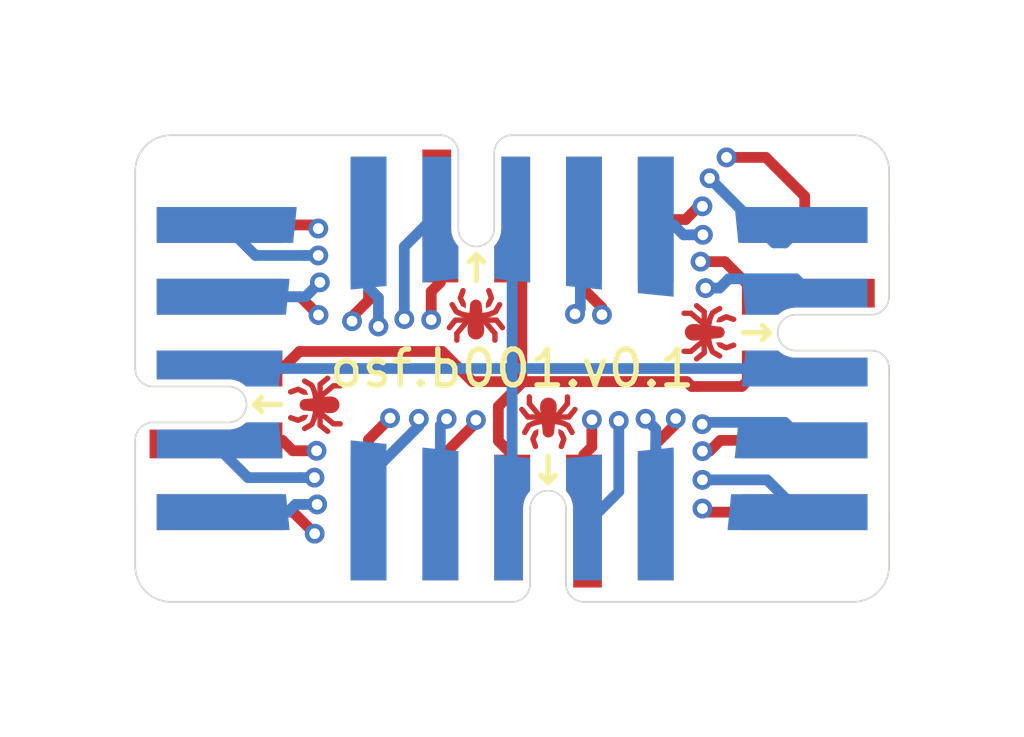
<source format=kicad_pcb>
(kicad_pcb (version 20171130) (host pcbnew "(5.1.5)-3")

  (general
    (thickness 1.6)
    (drawings 13)
    (tracks 273)
    (zones 0)
    (modules 4)
    (nets 11)
  )

  (page A4)
  (layers
    (0 F.Cu signal)
    (1 In1.Cu signal)
    (2 In2.Cu signal)
    (31 B.Cu signal)
    (32 B.Adhes user)
    (33 F.Adhes user)
    (34 B.Paste user)
    (35 F.Paste user)
    (36 B.SilkS user)
    (37 F.SilkS user)
    (38 B.Mask user)
    (39 F.Mask user)
    (40 Dwgs.User user)
    (41 Cmts.User user)
    (42 Eco1.User user)
    (43 Eco2.User user)
    (44 Edge.Cuts user)
    (45 Margin user)
    (46 B.CrtYd user)
    (47 F.CrtYd user)
    (48 B.Fab user)
    (49 F.Fab user)
  )

  (setup
    (last_trace_width 0.2)
    (user_trace_width 0.2)
    (user_trace_width 0.3)
    (user_trace_width 0.4)
    (user_trace_width 0.5)
    (user_trace_width 1)
    (user_trace_width 2)
    (user_trace_width 4)
    (user_trace_width 5)
    (user_trace_width 6)
    (user_trace_width 7)
    (trace_clearance 0.2)
    (zone_clearance 0.25)
    (zone_45_only no)
    (trace_min 0.15)
    (via_size 0.55)
    (via_drill 0.3)
    (via_min_size 0.45)
    (via_min_drill 0.2)
    (uvia_size 0.3)
    (uvia_drill 0.1)
    (uvias_allowed no)
    (uvia_min_size 0.2)
    (uvia_min_drill 0.1)
    (edge_width 0.05)
    (segment_width 0.2)
    (pcb_text_width 0.3)
    (pcb_text_size 1.5 1.5)
    (mod_edge_width 0.12)
    (mod_text_size 1 1)
    (mod_text_width 0.15)
    (pad_size 1.524 1.524)
    (pad_drill 0.762)
    (pad_to_mask_clearance 0.04)
    (solder_mask_min_width 0.1)
    (aux_axis_origin 0 0)
    (visible_elements 7FFFFFFF)
    (pcbplotparams
      (layerselection 0x010fc_ffffffff)
      (usegerberextensions false)
      (usegerberattributes false)
      (usegerberadvancedattributes false)
      (creategerberjobfile false)
      (excludeedgelayer true)
      (linewidth 0.100000)
      (plotframeref false)
      (viasonmask false)
      (mode 1)
      (useauxorigin false)
      (hpglpennumber 1)
      (hpglpenspeed 20)
      (hpglpendiameter 15.000000)
      (psnegative false)
      (psa4output false)
      (plotreference true)
      (plotvalue true)
      (plotinvisibletext false)
      (padsonsilk false)
      (subtractmaskfromsilk true)
      (outputformat 1)
      (mirror false)
      (drillshape 0)
      (scaleselection 1)
      (outputdirectory "gerber"))
  )

  (net 0 "")
  (net 1 "Net-(J1-Pad1)")
  (net 2 "Net-(J1-Pad2)")
  (net 3 "Net-(J1-Pad4)")
  (net 4 "Net-(J1-Pad3)")
  (net 5 "Net-(J1-Pad5)")
  (net 6 "Net-(J1-Pad10)")
  (net 7 "Net-(J1-Pad6)")
  (net 8 "Net-(J1-Pad8)")
  (net 9 "Net-(J1-Pad9)")
  (net 10 "Net-(J1-Pad7)")

  (net_class Default "This is the default net class."
    (clearance 0.2)
    (trace_width 0.2)
    (via_dia 0.55)
    (via_drill 0.3)
    (uvia_dia 0.3)
    (uvia_drill 0.1)
    (add_net "Net-(J1-Pad1)")
    (add_net "Net-(J1-Pad10)")
    (add_net "Net-(J1-Pad2)")
    (add_net "Net-(J1-Pad3)")
    (add_net "Net-(J1-Pad4)")
    (add_net "Net-(J1-Pad5)")
    (add_net "Net-(J1-Pad6)")
    (add_net "Net-(J1-Pad7)")
    (add_net "Net-(J1-Pad8)")
    (add_net "Net-(J1-Pad9)")
  )

  (module on_edge:on_edge_2x05_host (layer F.Cu) (tedit 602054F7) (tstamp 602BF5B2)
    (at 40.5 160 180)
    (path /602C6B94)
    (attr virtual)
    (fp_text reference J4 (at 0.05 -3.2 90 unlocked) (layer F.Fab)
      (effects (font (size 0.5 0.5) (thickness 0.125)))
    )
    (fp_text value Conn_01x10_Male (at -1.2 -2) (layer F.Fab)
      (effects (font (size 1 1) (thickness 0.15)))
    )
    (fp_arc (start 0 0.5) (end 0 0) (angle -90) (layer Edge.Cuts) (width 0.05))
    (fp_arc (start -2 0.5) (end -1.5 0.5) (angle -90) (layer Edge.Cuts) (width 0.05))
    (fp_arc (start -1 2.6) (end -1.5 2.6) (angle -180) (layer Edge.Cuts) (width 0.05))
    (fp_poly (pts (xy -0.67 4.56) (xy -0.73 4.68) (xy -0.73 4.82) (xy -0.6 4.76)
      (xy -0.53 4.61) (xy -0.62 4.64)) (layer F.Mask) (width 0.001))
    (fp_line (start -0.58 4.54) (end -0.64 4.67) (layer F.Mask) (width 0.15))
    (fp_line (start -0.65 4.33) (end -0.58 4.53) (layer F.Mask) (width 0.15))
    (fp_line (start -1.01 5.46) (end -1.01 5.39) (layer F.Mask) (width 0.46))
    (fp_line (start -1.01 5.51) (end -1.01 4.74) (layer F.Mask) (width 0.32))
    (fp_line (start -1.09 5.4) (end -1.02 4.74) (layer F.Mask) (width 0.3))
    (fp_line (start -1.26 5.19) (end -1.54 5.52) (layer F.Mask) (width 0.15))
    (fp_line (start -1.54 5.71) (end -1.54 5.52) (layer F.Mask) (width 0.15))
    (fp_line (start -1.21 5.15) (end -1.58 5.15) (layer F.Mask) (width 0.15))
    (fp_line (start -1.75 5.36) (end -1.58 5.15) (layer F.Mask) (width 0.15))
    (fp_line (start -1.39 4.99) (end -1.13 5.04) (layer F.Mask) (width 0.15))
    (fp_line (start -1.39 4.99) (end -1.55 4.92) (layer F.Mask) (width 0.15))
    (fp_line (start -1.67 4.72) (end -1.56 4.91) (layer F.Mask) (width 0.15))
    (fp_poly (pts (xy -1.35 4.56) (xy -1.29 4.68) (xy -1.29 4.82) (xy -1.42 4.76)
      (xy -1.49 4.61) (xy -1.4 4.64)) (layer F.Mask) (width 0.001))
    (fp_line (start -1.44 4.54) (end -1.38 4.67) (layer F.Mask) (width 0.15))
    (fp_line (start -1.37 4.33) (end -1.44 4.53) (layer F.Mask) (width 0.15))
    (fp_line (start -0.93 5.4) (end -1 4.74) (layer F.Mask) (width 0.3))
    (fp_line (start -0.76 5.19) (end -0.48 5.52) (layer F.Mask) (width 0.15))
    (fp_line (start -0.48 5.71) (end -0.48 5.52) (layer F.Mask) (width 0.15))
    (fp_line (start -0.81 5.15) (end -0.44 5.15) (layer F.Mask) (width 0.15))
    (fp_line (start -0.27 5.36) (end -0.44 5.15) (layer F.Mask) (width 0.15))
    (fp_line (start -0.63 4.99) (end -0.89 5.04) (layer F.Mask) (width 0.15))
    (fp_line (start -0.63 4.99) (end -0.47 4.92) (layer F.Mask) (width 0.15))
    (fp_line (start -0.35 4.72) (end -0.46 4.91) (layer F.Mask) (width 0.15))
    (fp_line (start -1.01 5.46) (end -1.01 5.39) (layer F.Cu) (width 0.46))
    (fp_line (start -1.09 5.4) (end -1.02 4.74) (layer F.Cu) (width 0.3))
    (fp_line (start -1.26 5.19) (end -1.54 5.52) (layer F.Cu) (width 0.15))
    (fp_line (start -1.54 5.71) (end -1.54 5.52) (layer F.Cu) (width 0.15))
    (fp_line (start -1.21 5.15) (end -1.58 5.15) (layer F.Cu) (width 0.15))
    (fp_line (start -1.75 5.36) (end -1.58 5.15) (layer F.Cu) (width 0.15))
    (fp_line (start -1.39 4.99) (end -1.13 5.04) (layer F.Cu) (width 0.15))
    (fp_line (start -1.39 4.99) (end -1.55 4.92) (layer F.Cu) (width 0.15))
    (fp_line (start -1.67 4.72) (end -1.56 4.91) (layer F.Cu) (width 0.15))
    (fp_poly (pts (xy -1.35 4.56) (xy -1.29 4.68) (xy -1.29 4.82) (xy -1.42 4.76)
      (xy -1.49 4.61) (xy -1.4 4.64)) (layer F.Cu) (width 0.001))
    (fp_line (start -1.44 4.54) (end -1.38 4.67) (layer F.Cu) (width 0.15))
    (fp_line (start -1.37 4.33) (end -1.44 4.53) (layer F.Cu) (width 0.15))
    (fp_line (start 5 -0.5) (end 5 5) (layer B.CrtYd) (width 0.05))
    (fp_line (start -5 -0.5) (end 5 -0.5) (layer B.CrtYd) (width 0.05))
    (fp_line (start -5 5) (end -5 -0.5) (layer B.CrtYd) (width 0.05))
    (fp_line (start 5 5) (end -5 5) (layer B.CrtYd) (width 0.05))
    (fp_line (start -5 -0.5) (end -5 5) (layer F.CrtYd) (width 0.05))
    (fp_line (start 5 -0.5) (end -5 -0.5) (layer F.CrtYd) (width 0.05))
    (fp_line (start 5 5) (end 5 -0.5) (layer F.CrtYd) (width 0.05))
    (fp_line (start -5 5) (end 5 5) (layer F.CrtYd) (width 0.05))
    (fp_line (start 0 0) (end 4 0) (layer Edge.Cuts) (width 0.05))
    (fp_line (start -4 0) (end -2 0) (layer Edge.Cuts) (width 0.05))
    (fp_line (start -0.5 2.6) (end -0.5 0.5) (layer Edge.Cuts) (width 0.05))
    (fp_line (start -1.5 0.5) (end -1.5 2.6) (layer Edge.Cuts) (width 0.05))
    (fp_line (start -1 3.323) (end -1.2 3.523) (layer F.SilkS) (width 0.153))
    (fp_line (start -0.8 3.523) (end -1 3.323) (layer F.SilkS) (width 0.153))
    (fp_line (start -1 4.05) (end -1 3.323) (layer F.SilkS) (width 0.153))
    (fp_line (start -0.93 5.4) (end -1 4.74) (layer F.Cu) (width 0.3))
    (fp_line (start -0.76 5.19) (end -0.48 5.52) (layer F.Cu) (width 0.15))
    (fp_line (start -0.48 5.71) (end -0.48 5.52) (layer F.Cu) (width 0.15))
    (fp_line (start -0.81 5.15) (end -0.44 5.15) (layer F.Cu) (width 0.15))
    (fp_line (start -0.27 5.36) (end -0.44 5.15) (layer F.Cu) (width 0.15))
    (fp_line (start -0.63 4.99) (end -0.89 5.04) (layer F.Cu) (width 0.15))
    (fp_line (start -0.63 4.99) (end -0.47 4.92) (layer F.Cu) (width 0.15))
    (fp_line (start -0.35 4.72) (end -0.46 4.91) (layer F.Cu) (width 0.15))
    (fp_poly (pts (xy -0.67 4.56) (xy -0.73 4.68) (xy -0.73 4.82) (xy -0.6 4.76)
      (xy -0.53 4.61) (xy -0.62 4.64)) (layer F.Cu) (width 0.001))
    (fp_line (start -0.58 4.54) (end -0.64 4.67) (layer F.Cu) (width 0.15))
    (fp_line (start -0.65 4.33) (end -0.58 4.53) (layer F.Cu) (width 0.15))
    (fp_line (start -1.01 5.51) (end -1.01 4.74) (layer F.Cu) (width 0.32))
    (pad 1 smd custom (at -2 3.6 180) (size 1 1) (layers F.Cu F.Mask)
      (net 1 "Net-(J1-Pad1)") (zone_connect 0)
      (options (clearance outline) (anchor rect))
      (primitives
        (gr_poly (pts
           (xy 0.3 -0.99) (xy 0.31 -0.88) (xy 0.33 -0.8) (xy 0.35 -0.74) (xy 0.37 -0.69)
           (xy 0.4 -0.64) (xy 0.44 -0.58) (xy 0.48 -0.53) (xy 0.5 -0.51) (xy 0.5 0.5)
           (xy -0.5 0.5) (xy -0.5 -3.2) (xy 0.3 -3.2)) (width 0))
      ))
    (pad 2 smd custom (at 0 3.6 180) (size 1 1) (layers F.Cu F.Mask)
      (net 2 "Net-(J1-Pad2)") (zone_connect 0)
      (options (clearance outline) (anchor rect))
      (primitives
        (gr_poly (pts
           (xy -0.3 -0.99) (xy -0.31 -0.88) (xy -0.33 -0.8) (xy -0.35 -0.74) (xy -0.37 -0.69)
           (xy -0.4 -0.64) (xy -0.44 -0.58) (xy -0.48 -0.53) (xy -0.5 -0.51) (xy -0.5 0.5)
           (xy 0.5 0.5) (xy 0.5 -3) (xy -0.3 -3)) (width 0))
      ))
    (pad 4 smd custom (at 0 2.1) (size 0.4 0.4) (layers B.Cu B.Mask)
      (net 3 "Net-(J1-Pad4)") (zone_connect 0)
      (options (clearance outline) (anchor rect))
      (primitives
        (gr_poly (pts
           (xy 0.3 -0.51) (xy 0.31 -0.62) (xy 0.33 -0.7) (xy 0.35 -0.76) (xy 0.37 -0.81)
           (xy 0.4 -0.86) (xy 0.44 -0.92) (xy 0.48 -0.97) (xy 0.5 -0.99) (xy 0.5 -1.9)
           (xy -0.5 -2) (xy -0.5 1.5) (xy 0.3 1.5)) (width 0))
      ))
    (pad 3 smd custom (at -2 2.1) (size 0.4 0.4) (layers B.Cu B.Mask)
      (net 4 "Net-(J1-Pad3)") (zone_connect 0)
      (options (clearance outline) (anchor rect))
      (primitives
        (gr_poly (pts
           (xy -0.3 -0.51) (xy -0.31 -0.62) (xy -0.33 -0.7) (xy -0.35 -0.76) (xy -0.37 -0.81)
           (xy -0.4 -0.86) (xy -0.44 -0.92) (xy -0.48 -0.97) (xy -0.5 -0.99) (xy -0.5 -1.9)
           (xy 0.5 -2) (xy 0.5 1.5) (xy -0.3 1.5)) (width 0))
      ))
    (pad 5 smd rect (at 2 2.35 180) (size 1 3.5) (layers F.Cu F.Mask)
      (net 5 "Net-(J1-Pad5)") (zone_connect 0))
    (pad 10 smd custom (at 4 2.5) (size 1 3.8) (layers B.Cu B.Mask)
      (net 6 "Net-(J1-Pad10)") (zone_connect 0)
      (options (clearance outline) (anchor rect))
      (primitives
        (gr_poly (pts
           (xy 0.5 -1.9) (xy -0.5 -2) (xy -0.5 -1.9)) (width 0))
      ))
    (pad 6 smd custom (at 2 2.4) (size 1 3.6) (layers B.Cu B.Mask)
      (net 7 "Net-(J1-Pad6)") (zone_connect 0)
      (options (clearance outline) (anchor rect))
      (primitives
        (gr_poly (pts
           (xy 0.5 -1.8) (xy -0.5 -1.9) (xy -0.5 -1.8)) (width 0))
      ))
    (pad 8 smd custom (at -4 2.4) (size 1 3.6) (layers B.Cu B.Mask)
      (net 8 "Net-(J1-Pad8)") (zone_connect 0)
      (options (clearance outline) (anchor rect))
      (primitives
        (gr_poly (pts
           (xy 0.5 -1.8) (xy 0.5 -1.9) (xy -0.5 -1.8)) (width 0))
      ))
    (pad 9 smd rect (at 4 2.35 180) (size 1 3.5) (layers F.Cu F.Mask)
      (net 9 "Net-(J1-Pad9)") (zone_connect 0))
    (pad 7 smd rect (at -4 2.35 180) (size 1 3.5) (layers F.Cu F.Mask)
      (net 10 "Net-(J1-Pad7)") (zone_connect 0))
  )

  (module on_edge:on_edge_2x05_host (layer F.Cu) (tedit 602054F7) (tstamp 602C02B1)
    (at 51 153.5 270)
    (path /602C6B8E)
    (attr virtual)
    (fp_text reference J3 (at 0.05 -3.2 180 unlocked) (layer F.Fab)
      (effects (font (size 0.5 0.5) (thickness 0.125)))
    )
    (fp_text value Conn_01x10_Male (at -1.2 -2 90) (layer F.Fab)
      (effects (font (size 1 1) (thickness 0.15)))
    )
    (fp_arc (start 0 0.5) (end 0 0) (angle -90) (layer Edge.Cuts) (width 0.05))
    (fp_arc (start -2 0.5) (end -1.5 0.5) (angle -90) (layer Edge.Cuts) (width 0.05))
    (fp_arc (start -1 2.6) (end -1.5 2.6) (angle -180) (layer Edge.Cuts) (width 0.05))
    (fp_poly (pts (xy -0.67 4.56) (xy -0.73 4.68) (xy -0.73 4.82) (xy -0.6 4.76)
      (xy -0.53 4.61) (xy -0.62 4.64)) (layer F.Mask) (width 0.001))
    (fp_line (start -0.58 4.54) (end -0.64 4.67) (layer F.Mask) (width 0.15))
    (fp_line (start -0.65 4.33) (end -0.58 4.53) (layer F.Mask) (width 0.15))
    (fp_line (start -1.01 5.46) (end -1.01 5.39) (layer F.Mask) (width 0.46))
    (fp_line (start -1.01 5.51) (end -1.01 4.74) (layer F.Mask) (width 0.32))
    (fp_line (start -1.09 5.4) (end -1.02 4.74) (layer F.Mask) (width 0.3))
    (fp_line (start -1.26 5.19) (end -1.54 5.52) (layer F.Mask) (width 0.15))
    (fp_line (start -1.54 5.71) (end -1.54 5.52) (layer F.Mask) (width 0.15))
    (fp_line (start -1.21 5.15) (end -1.58 5.15) (layer F.Mask) (width 0.15))
    (fp_line (start -1.75 5.36) (end -1.58 5.15) (layer F.Mask) (width 0.15))
    (fp_line (start -1.39 4.99) (end -1.13 5.04) (layer F.Mask) (width 0.15))
    (fp_line (start -1.39 4.99) (end -1.55 4.92) (layer F.Mask) (width 0.15))
    (fp_line (start -1.67 4.72) (end -1.56 4.91) (layer F.Mask) (width 0.15))
    (fp_poly (pts (xy -1.35 4.56) (xy -1.29 4.68) (xy -1.29 4.82) (xy -1.42 4.76)
      (xy -1.49 4.61) (xy -1.4 4.64)) (layer F.Mask) (width 0.001))
    (fp_line (start -1.44 4.54) (end -1.38 4.67) (layer F.Mask) (width 0.15))
    (fp_line (start -1.37 4.33) (end -1.44 4.53) (layer F.Mask) (width 0.15))
    (fp_line (start -0.93 5.4) (end -1 4.74) (layer F.Mask) (width 0.3))
    (fp_line (start -0.76 5.19) (end -0.48 5.52) (layer F.Mask) (width 0.15))
    (fp_line (start -0.48 5.71) (end -0.48 5.52) (layer F.Mask) (width 0.15))
    (fp_line (start -0.81 5.15) (end -0.44 5.15) (layer F.Mask) (width 0.15))
    (fp_line (start -0.27 5.36) (end -0.44 5.15) (layer F.Mask) (width 0.15))
    (fp_line (start -0.63 4.99) (end -0.89 5.04) (layer F.Mask) (width 0.15))
    (fp_line (start -0.63 4.99) (end -0.47 4.92) (layer F.Mask) (width 0.15))
    (fp_line (start -0.35 4.72) (end -0.46 4.91) (layer F.Mask) (width 0.15))
    (fp_line (start -1.01 5.46) (end -1.01 5.39) (layer F.Cu) (width 0.46))
    (fp_line (start -1.09 5.4) (end -1.02 4.74) (layer F.Cu) (width 0.3))
    (fp_line (start -1.26 5.19) (end -1.54 5.52) (layer F.Cu) (width 0.15))
    (fp_line (start -1.54 5.71) (end -1.54 5.52) (layer F.Cu) (width 0.15))
    (fp_line (start -1.21 5.15) (end -1.58 5.15) (layer F.Cu) (width 0.15))
    (fp_line (start -1.75 5.36) (end -1.58 5.15) (layer F.Cu) (width 0.15))
    (fp_line (start -1.39 4.99) (end -1.13 5.04) (layer F.Cu) (width 0.15))
    (fp_line (start -1.39 4.99) (end -1.55 4.92) (layer F.Cu) (width 0.15))
    (fp_line (start -1.67 4.72) (end -1.56 4.91) (layer F.Cu) (width 0.15))
    (fp_poly (pts (xy -1.35 4.56) (xy -1.29 4.68) (xy -1.29 4.82) (xy -1.42 4.76)
      (xy -1.49 4.61) (xy -1.4 4.64)) (layer F.Cu) (width 0.001))
    (fp_line (start -1.44 4.54) (end -1.38 4.67) (layer F.Cu) (width 0.15))
    (fp_line (start -1.37 4.33) (end -1.44 4.53) (layer F.Cu) (width 0.15))
    (fp_line (start 5 -0.5) (end 5 5) (layer B.CrtYd) (width 0.05))
    (fp_line (start -5 -0.5) (end 5 -0.5) (layer B.CrtYd) (width 0.05))
    (fp_line (start -5 5) (end -5 -0.5) (layer B.CrtYd) (width 0.05))
    (fp_line (start 5 5) (end -5 5) (layer B.CrtYd) (width 0.05))
    (fp_line (start -5 -0.5) (end -5 5) (layer F.CrtYd) (width 0.05))
    (fp_line (start 5 -0.5) (end -5 -0.5) (layer F.CrtYd) (width 0.05))
    (fp_line (start 5 5) (end 5 -0.5) (layer F.CrtYd) (width 0.05))
    (fp_line (start -5 5) (end 5 5) (layer F.CrtYd) (width 0.05))
    (fp_line (start 0 0) (end 4 0) (layer Edge.Cuts) (width 0.05))
    (fp_line (start -4 0) (end -2 0) (layer Edge.Cuts) (width 0.05))
    (fp_line (start -0.5 2.6) (end -0.5 0.5) (layer Edge.Cuts) (width 0.05))
    (fp_line (start -1.5 0.5) (end -1.5 2.6) (layer Edge.Cuts) (width 0.05))
    (fp_line (start -1 3.323) (end -1.2 3.523) (layer F.SilkS) (width 0.153))
    (fp_line (start -0.8 3.523) (end -1 3.323) (layer F.SilkS) (width 0.153))
    (fp_line (start -1 4.05) (end -1 3.323) (layer F.SilkS) (width 0.153))
    (fp_line (start -0.93 5.4) (end -1 4.74) (layer F.Cu) (width 0.3))
    (fp_line (start -0.76 5.19) (end -0.48 5.52) (layer F.Cu) (width 0.15))
    (fp_line (start -0.48 5.71) (end -0.48 5.52) (layer F.Cu) (width 0.15))
    (fp_line (start -0.81 5.15) (end -0.44 5.15) (layer F.Cu) (width 0.15))
    (fp_line (start -0.27 5.36) (end -0.44 5.15) (layer F.Cu) (width 0.15))
    (fp_line (start -0.63 4.99) (end -0.89 5.04) (layer F.Cu) (width 0.15))
    (fp_line (start -0.63 4.99) (end -0.47 4.92) (layer F.Cu) (width 0.15))
    (fp_line (start -0.35 4.72) (end -0.46 4.91) (layer F.Cu) (width 0.15))
    (fp_poly (pts (xy -0.67 4.56) (xy -0.73 4.68) (xy -0.73 4.82) (xy -0.6 4.76)
      (xy -0.53 4.61) (xy -0.62 4.64)) (layer F.Cu) (width 0.001))
    (fp_line (start -0.58 4.54) (end -0.64 4.67) (layer F.Cu) (width 0.15))
    (fp_line (start -0.65 4.33) (end -0.58 4.53) (layer F.Cu) (width 0.15))
    (fp_line (start -1.01 5.51) (end -1.01 4.74) (layer F.Cu) (width 0.32))
    (pad 1 smd custom (at -2 3.6 270) (size 1 1) (layers F.Cu F.Mask)
      (net 1 "Net-(J1-Pad1)") (zone_connect 0)
      (options (clearance outline) (anchor rect))
      (primitives
        (gr_poly (pts
           (xy 0.3 -0.99) (xy 0.31 -0.88) (xy 0.33 -0.8) (xy 0.35 -0.74) (xy 0.37 -0.69)
           (xy 0.4 -0.64) (xy 0.44 -0.58) (xy 0.48 -0.53) (xy 0.5 -0.51) (xy 0.5 0.5)
           (xy -0.5 0.5) (xy -0.5 -3.2) (xy 0.3 -3.2)) (width 0))
      ))
    (pad 2 smd custom (at 0 3.6 270) (size 1 1) (layers F.Cu F.Mask)
      (net 2 "Net-(J1-Pad2)") (zone_connect 0)
      (options (clearance outline) (anchor rect))
      (primitives
        (gr_poly (pts
           (xy -0.3 -0.99) (xy -0.31 -0.88) (xy -0.33 -0.8) (xy -0.35 -0.74) (xy -0.37 -0.69)
           (xy -0.4 -0.64) (xy -0.44 -0.58) (xy -0.48 -0.53) (xy -0.5 -0.51) (xy -0.5 0.5)
           (xy 0.5 0.5) (xy 0.5 -3) (xy -0.3 -3)) (width 0))
      ))
    (pad 4 smd custom (at 0 2.1 90) (size 0.4 0.4) (layers B.Cu B.Mask)
      (net 3 "Net-(J1-Pad4)") (zone_connect 0)
      (options (clearance outline) (anchor rect))
      (primitives
        (gr_poly (pts
           (xy 0.3 -0.51) (xy 0.31 -0.62) (xy 0.33 -0.7) (xy 0.35 -0.76) (xy 0.37 -0.81)
           (xy 0.4 -0.86) (xy 0.44 -0.92) (xy 0.48 -0.97) (xy 0.5 -0.99) (xy 0.5 -1.9)
           (xy -0.5 -2) (xy -0.5 1.5) (xy 0.3 1.5)) (width 0))
      ))
    (pad 3 smd custom (at -2 2.1 90) (size 0.4 0.4) (layers B.Cu B.Mask)
      (net 4 "Net-(J1-Pad3)") (zone_connect 0)
      (options (clearance outline) (anchor rect))
      (primitives
        (gr_poly (pts
           (xy -0.3 -0.51) (xy -0.31 -0.62) (xy -0.33 -0.7) (xy -0.35 -0.76) (xy -0.37 -0.81)
           (xy -0.4 -0.86) (xy -0.44 -0.92) (xy -0.48 -0.97) (xy -0.5 -0.99) (xy -0.5 -1.9)
           (xy 0.5 -2) (xy 0.5 1.5) (xy -0.3 1.5)) (width 0))
      ))
    (pad 5 smd rect (at 2 2.35 270) (size 1 3.5) (layers F.Cu F.Mask)
      (net 5 "Net-(J1-Pad5)") (zone_connect 0))
    (pad 10 smd custom (at 4 2.5 90) (size 1 3.8) (layers B.Cu B.Mask)
      (net 6 "Net-(J1-Pad10)") (zone_connect 0)
      (options (clearance outline) (anchor rect))
      (primitives
        (gr_poly (pts
           (xy 0.5 -1.9) (xy -0.5 -2) (xy -0.5 -1.9)) (width 0))
      ))
    (pad 6 smd custom (at 2 2.4 90) (size 1 3.6) (layers B.Cu B.Mask)
      (net 7 "Net-(J1-Pad6)") (zone_connect 0)
      (options (clearance outline) (anchor rect))
      (primitives
        (gr_poly (pts
           (xy 0.5 -1.8) (xy -0.5 -1.9) (xy -0.5 -1.8)) (width 0))
      ))
    (pad 8 smd custom (at -4 2.4 90) (size 1 3.6) (layers B.Cu B.Mask)
      (net 8 "Net-(J1-Pad8)") (zone_connect 0)
      (options (clearance outline) (anchor rect))
      (primitives
        (gr_poly (pts
           (xy 0.5 -1.8) (xy 0.5 -1.9) (xy -0.5 -1.8)) (width 0))
      ))
    (pad 9 smd rect (at 4 2.35 270) (size 1 3.5) (layers F.Cu F.Mask)
      (net 9 "Net-(J1-Pad9)") (zone_connect 0))
    (pad 7 smd rect (at -4 2.35 270) (size 1 3.5) (layers F.Cu F.Mask)
      (net 10 "Net-(J1-Pad7)") (zone_connect 0))
  )

  (module on_edge:on_edge_2x05_host (layer F.Cu) (tedit 602054F7) (tstamp 602BF512)
    (at 40.5 147)
    (path /602C6B88)
    (attr virtual)
    (fp_text reference J2 (at 0.05 -3.2 -90 unlocked) (layer F.Fab)
      (effects (font (size 0.5 0.5) (thickness 0.125)))
    )
    (fp_text value Conn_01x10_Male (at -1.2 -2) (layer F.Fab)
      (effects (font (size 1 1) (thickness 0.15)))
    )
    (fp_arc (start 0 0.5) (end 0 0) (angle -90) (layer Edge.Cuts) (width 0.05))
    (fp_arc (start -2 0.5) (end -1.5 0.5) (angle -90) (layer Edge.Cuts) (width 0.05))
    (fp_arc (start -1 2.6) (end -1.5 2.6) (angle -180) (layer Edge.Cuts) (width 0.05))
    (fp_poly (pts (xy -0.67 4.56) (xy -0.73 4.68) (xy -0.73 4.82) (xy -0.6 4.76)
      (xy -0.53 4.61) (xy -0.62 4.64)) (layer F.Mask) (width 0.001))
    (fp_line (start -0.58 4.54) (end -0.64 4.67) (layer F.Mask) (width 0.15))
    (fp_line (start -0.65 4.33) (end -0.58 4.53) (layer F.Mask) (width 0.15))
    (fp_line (start -1.01 5.46) (end -1.01 5.39) (layer F.Mask) (width 0.46))
    (fp_line (start -1.01 5.51) (end -1.01 4.74) (layer F.Mask) (width 0.32))
    (fp_line (start -1.09 5.4) (end -1.02 4.74) (layer F.Mask) (width 0.3))
    (fp_line (start -1.26 5.19) (end -1.54 5.52) (layer F.Mask) (width 0.15))
    (fp_line (start -1.54 5.71) (end -1.54 5.52) (layer F.Mask) (width 0.15))
    (fp_line (start -1.21 5.15) (end -1.58 5.15) (layer F.Mask) (width 0.15))
    (fp_line (start -1.75 5.36) (end -1.58 5.15) (layer F.Mask) (width 0.15))
    (fp_line (start -1.39 4.99) (end -1.13 5.04) (layer F.Mask) (width 0.15))
    (fp_line (start -1.39 4.99) (end -1.55 4.92) (layer F.Mask) (width 0.15))
    (fp_line (start -1.67 4.72) (end -1.56 4.91) (layer F.Mask) (width 0.15))
    (fp_poly (pts (xy -1.35 4.56) (xy -1.29 4.68) (xy -1.29 4.82) (xy -1.42 4.76)
      (xy -1.49 4.61) (xy -1.4 4.64)) (layer F.Mask) (width 0.001))
    (fp_line (start -1.44 4.54) (end -1.38 4.67) (layer F.Mask) (width 0.15))
    (fp_line (start -1.37 4.33) (end -1.44 4.53) (layer F.Mask) (width 0.15))
    (fp_line (start -0.93 5.4) (end -1 4.74) (layer F.Mask) (width 0.3))
    (fp_line (start -0.76 5.19) (end -0.48 5.52) (layer F.Mask) (width 0.15))
    (fp_line (start -0.48 5.71) (end -0.48 5.52) (layer F.Mask) (width 0.15))
    (fp_line (start -0.81 5.15) (end -0.44 5.15) (layer F.Mask) (width 0.15))
    (fp_line (start -0.27 5.36) (end -0.44 5.15) (layer F.Mask) (width 0.15))
    (fp_line (start -0.63 4.99) (end -0.89 5.04) (layer F.Mask) (width 0.15))
    (fp_line (start -0.63 4.99) (end -0.47 4.92) (layer F.Mask) (width 0.15))
    (fp_line (start -0.35 4.72) (end -0.46 4.91) (layer F.Mask) (width 0.15))
    (fp_line (start -1.01 5.46) (end -1.01 5.39) (layer F.Cu) (width 0.46))
    (fp_line (start -1.09 5.4) (end -1.02 4.74) (layer F.Cu) (width 0.3))
    (fp_line (start -1.26 5.19) (end -1.54 5.52) (layer F.Cu) (width 0.15))
    (fp_line (start -1.54 5.71) (end -1.54 5.52) (layer F.Cu) (width 0.15))
    (fp_line (start -1.21 5.15) (end -1.58 5.15) (layer F.Cu) (width 0.15))
    (fp_line (start -1.75 5.36) (end -1.58 5.15) (layer F.Cu) (width 0.15))
    (fp_line (start -1.39 4.99) (end -1.13 5.04) (layer F.Cu) (width 0.15))
    (fp_line (start -1.39 4.99) (end -1.55 4.92) (layer F.Cu) (width 0.15))
    (fp_line (start -1.67 4.72) (end -1.56 4.91) (layer F.Cu) (width 0.15))
    (fp_poly (pts (xy -1.35 4.56) (xy -1.29 4.68) (xy -1.29 4.82) (xy -1.42 4.76)
      (xy -1.49 4.61) (xy -1.4 4.64)) (layer F.Cu) (width 0.001))
    (fp_line (start -1.44 4.54) (end -1.38 4.67) (layer F.Cu) (width 0.15))
    (fp_line (start -1.37 4.33) (end -1.44 4.53) (layer F.Cu) (width 0.15))
    (fp_line (start 5 -0.5) (end 5 5) (layer B.CrtYd) (width 0.05))
    (fp_line (start -5 -0.5) (end 5 -0.5) (layer B.CrtYd) (width 0.05))
    (fp_line (start -5 5) (end -5 -0.5) (layer B.CrtYd) (width 0.05))
    (fp_line (start 5 5) (end -5 5) (layer B.CrtYd) (width 0.05))
    (fp_line (start -5 -0.5) (end -5 5) (layer F.CrtYd) (width 0.05))
    (fp_line (start 5 -0.5) (end -5 -0.5) (layer F.CrtYd) (width 0.05))
    (fp_line (start 5 5) (end 5 -0.5) (layer F.CrtYd) (width 0.05))
    (fp_line (start -5 5) (end 5 5) (layer F.CrtYd) (width 0.05))
    (fp_line (start 0 0) (end 4 0) (layer Edge.Cuts) (width 0.05))
    (fp_line (start -4 0) (end -2 0) (layer Edge.Cuts) (width 0.05))
    (fp_line (start -0.5 2.6) (end -0.5 0.5) (layer Edge.Cuts) (width 0.05))
    (fp_line (start -1.5 0.5) (end -1.5 2.6) (layer Edge.Cuts) (width 0.05))
    (fp_line (start -1 3.323) (end -1.2 3.523) (layer F.SilkS) (width 0.153))
    (fp_line (start -0.8 3.523) (end -1 3.323) (layer F.SilkS) (width 0.153))
    (fp_line (start -1 4.05) (end -1 3.323) (layer F.SilkS) (width 0.153))
    (fp_line (start -0.93 5.4) (end -1 4.74) (layer F.Cu) (width 0.3))
    (fp_line (start -0.76 5.19) (end -0.48 5.52) (layer F.Cu) (width 0.15))
    (fp_line (start -0.48 5.71) (end -0.48 5.52) (layer F.Cu) (width 0.15))
    (fp_line (start -0.81 5.15) (end -0.44 5.15) (layer F.Cu) (width 0.15))
    (fp_line (start -0.27 5.36) (end -0.44 5.15) (layer F.Cu) (width 0.15))
    (fp_line (start -0.63 4.99) (end -0.89 5.04) (layer F.Cu) (width 0.15))
    (fp_line (start -0.63 4.99) (end -0.47 4.92) (layer F.Cu) (width 0.15))
    (fp_line (start -0.35 4.72) (end -0.46 4.91) (layer F.Cu) (width 0.15))
    (fp_poly (pts (xy -0.67 4.56) (xy -0.73 4.68) (xy -0.73 4.82) (xy -0.6 4.76)
      (xy -0.53 4.61) (xy -0.62 4.64)) (layer F.Cu) (width 0.001))
    (fp_line (start -0.58 4.54) (end -0.64 4.67) (layer F.Cu) (width 0.15))
    (fp_line (start -0.65 4.33) (end -0.58 4.53) (layer F.Cu) (width 0.15))
    (fp_line (start -1.01 5.51) (end -1.01 4.74) (layer F.Cu) (width 0.32))
    (pad 1 smd custom (at -2 3.6) (size 1 1) (layers F.Cu F.Mask)
      (net 1 "Net-(J1-Pad1)") (zone_connect 0)
      (options (clearance outline) (anchor rect))
      (primitives
        (gr_poly (pts
           (xy 0.3 -0.99) (xy 0.31 -0.88) (xy 0.33 -0.8) (xy 0.35 -0.74) (xy 0.37 -0.69)
           (xy 0.4 -0.64) (xy 0.44 -0.58) (xy 0.48 -0.53) (xy 0.5 -0.51) (xy 0.5 0.5)
           (xy -0.5 0.5) (xy -0.5 -3.2) (xy 0.3 -3.2)) (width 0))
      ))
    (pad 2 smd custom (at 0 3.6) (size 1 1) (layers F.Cu F.Mask)
      (net 2 "Net-(J1-Pad2)") (zone_connect 0)
      (options (clearance outline) (anchor rect))
      (primitives
        (gr_poly (pts
           (xy -0.3 -0.99) (xy -0.31 -0.88) (xy -0.33 -0.8) (xy -0.35 -0.74) (xy -0.37 -0.69)
           (xy -0.4 -0.64) (xy -0.44 -0.58) (xy -0.48 -0.53) (xy -0.5 -0.51) (xy -0.5 0.5)
           (xy 0.5 0.5) (xy 0.5 -3) (xy -0.3 -3)) (width 0))
      ))
    (pad 4 smd custom (at 0 2.1 180) (size 0.4 0.4) (layers B.Cu B.Mask)
      (net 3 "Net-(J1-Pad4)") (zone_connect 0)
      (options (clearance outline) (anchor rect))
      (primitives
        (gr_poly (pts
           (xy 0.3 -0.51) (xy 0.31 -0.62) (xy 0.33 -0.7) (xy 0.35 -0.76) (xy 0.37 -0.81)
           (xy 0.4 -0.86) (xy 0.44 -0.92) (xy 0.48 -0.97) (xy 0.5 -0.99) (xy 0.5 -1.9)
           (xy -0.5 -2) (xy -0.5 1.5) (xy 0.3 1.5)) (width 0))
      ))
    (pad 3 smd custom (at -2 2.1 180) (size 0.4 0.4) (layers B.Cu B.Mask)
      (net 4 "Net-(J1-Pad3)") (zone_connect 0)
      (options (clearance outline) (anchor rect))
      (primitives
        (gr_poly (pts
           (xy -0.3 -0.51) (xy -0.31 -0.62) (xy -0.33 -0.7) (xy -0.35 -0.76) (xy -0.37 -0.81)
           (xy -0.4 -0.86) (xy -0.44 -0.92) (xy -0.48 -0.97) (xy -0.5 -0.99) (xy -0.5 -1.9)
           (xy 0.5 -2) (xy 0.5 1.5) (xy -0.3 1.5)) (width 0))
      ))
    (pad 5 smd rect (at 2 2.35) (size 1 3.5) (layers F.Cu F.Mask)
      (net 5 "Net-(J1-Pad5)") (zone_connect 0))
    (pad 10 smd custom (at 4 2.5 180) (size 1 3.8) (layers B.Cu B.Mask)
      (net 6 "Net-(J1-Pad10)") (zone_connect 0)
      (options (clearance outline) (anchor rect))
      (primitives
        (gr_poly (pts
           (xy 0.5 -1.9) (xy -0.5 -2) (xy -0.5 -1.9)) (width 0))
      ))
    (pad 6 smd custom (at 2 2.4 180) (size 1 3.6) (layers B.Cu B.Mask)
      (net 7 "Net-(J1-Pad6)") (zone_connect 0)
      (options (clearance outline) (anchor rect))
      (primitives
        (gr_poly (pts
           (xy 0.5 -1.8) (xy -0.5 -1.9) (xy -0.5 -1.8)) (width 0))
      ))
    (pad 8 smd custom (at -4 2.4 180) (size 1 3.6) (layers B.Cu B.Mask)
      (net 8 "Net-(J1-Pad8)") (zone_connect 0)
      (options (clearance outline) (anchor rect))
      (primitives
        (gr_poly (pts
           (xy 0.5 -1.8) (xy 0.5 -1.9) (xy -0.5 -1.8)) (width 0))
      ))
    (pad 9 smd rect (at 4 2.35) (size 1 3.5) (layers F.Cu F.Mask)
      (net 9 "Net-(J1-Pad9)") (zone_connect 0))
    (pad 7 smd rect (at -4 2.35) (size 1 3.5) (layers F.Cu F.Mask)
      (net 10 "Net-(J1-Pad7)") (zone_connect 0))
  )

  (module on_edge:on_edge_2x05_host (layer F.Cu) (tedit 602054F7) (tstamp 602C04DD)
    (at 30 153.5 90)
    (path /602C6B82)
    (attr virtual)
    (fp_text reference J1 (at 0.05 -3.2 unlocked) (layer F.Fab)
      (effects (font (size 0.5 0.5) (thickness 0.125)))
    )
    (fp_text value Conn_01x10_Male (at -1.2 -2 90) (layer F.Fab)
      (effects (font (size 1 1) (thickness 0.15)))
    )
    (fp_arc (start 0 0.5) (end 0 0) (angle -90) (layer Edge.Cuts) (width 0.05))
    (fp_arc (start -2 0.5) (end -1.5 0.5) (angle -90) (layer Edge.Cuts) (width 0.05))
    (fp_arc (start -1 2.6) (end -1.5 2.6) (angle -180) (layer Edge.Cuts) (width 0.05))
    (fp_poly (pts (xy -0.67 4.56) (xy -0.73 4.68) (xy -0.73 4.82) (xy -0.6 4.76)
      (xy -0.53 4.61) (xy -0.62 4.64)) (layer F.Mask) (width 0.001))
    (fp_line (start -0.58 4.54) (end -0.64 4.67) (layer F.Mask) (width 0.15))
    (fp_line (start -0.65 4.33) (end -0.58 4.53) (layer F.Mask) (width 0.15))
    (fp_line (start -1.01 5.46) (end -1.01 5.39) (layer F.Mask) (width 0.46))
    (fp_line (start -1.01 5.51) (end -1.01 4.74) (layer F.Mask) (width 0.32))
    (fp_line (start -1.09 5.4) (end -1.02 4.74) (layer F.Mask) (width 0.3))
    (fp_line (start -1.26 5.19) (end -1.54 5.52) (layer F.Mask) (width 0.15))
    (fp_line (start -1.54 5.71) (end -1.54 5.52) (layer F.Mask) (width 0.15))
    (fp_line (start -1.21 5.15) (end -1.58 5.15) (layer F.Mask) (width 0.15))
    (fp_line (start -1.75 5.36) (end -1.58 5.15) (layer F.Mask) (width 0.15))
    (fp_line (start -1.39 4.99) (end -1.13 5.04) (layer F.Mask) (width 0.15))
    (fp_line (start -1.39 4.99) (end -1.55 4.92) (layer F.Mask) (width 0.15))
    (fp_line (start -1.67 4.72) (end -1.56 4.91) (layer F.Mask) (width 0.15))
    (fp_poly (pts (xy -1.35 4.56) (xy -1.29 4.68) (xy -1.29 4.82) (xy -1.42 4.76)
      (xy -1.49 4.61) (xy -1.4 4.64)) (layer F.Mask) (width 0.001))
    (fp_line (start -1.44 4.54) (end -1.38 4.67) (layer F.Mask) (width 0.15))
    (fp_line (start -1.37 4.33) (end -1.44 4.53) (layer F.Mask) (width 0.15))
    (fp_line (start -0.93 5.4) (end -1 4.74) (layer F.Mask) (width 0.3))
    (fp_line (start -0.76 5.19) (end -0.48 5.52) (layer F.Mask) (width 0.15))
    (fp_line (start -0.48 5.71) (end -0.48 5.52) (layer F.Mask) (width 0.15))
    (fp_line (start -0.81 5.15) (end -0.44 5.15) (layer F.Mask) (width 0.15))
    (fp_line (start -0.27 5.36) (end -0.44 5.15) (layer F.Mask) (width 0.15))
    (fp_line (start -0.63 4.99) (end -0.89 5.04) (layer F.Mask) (width 0.15))
    (fp_line (start -0.63 4.99) (end -0.47 4.92) (layer F.Mask) (width 0.15))
    (fp_line (start -0.35 4.72) (end -0.46 4.91) (layer F.Mask) (width 0.15))
    (fp_line (start -1.01 5.46) (end -1.01 5.39) (layer F.Cu) (width 0.46))
    (fp_line (start -1.09 5.4) (end -1.02 4.74) (layer F.Cu) (width 0.3))
    (fp_line (start -1.26 5.19) (end -1.54 5.52) (layer F.Cu) (width 0.15))
    (fp_line (start -1.54 5.71) (end -1.54 5.52) (layer F.Cu) (width 0.15))
    (fp_line (start -1.21 5.15) (end -1.58 5.15) (layer F.Cu) (width 0.15))
    (fp_line (start -1.75 5.36) (end -1.58 5.15) (layer F.Cu) (width 0.15))
    (fp_line (start -1.39 4.99) (end -1.13 5.04) (layer F.Cu) (width 0.15))
    (fp_line (start -1.39 4.99) (end -1.55 4.92) (layer F.Cu) (width 0.15))
    (fp_line (start -1.67 4.72) (end -1.56 4.91) (layer F.Cu) (width 0.15))
    (fp_poly (pts (xy -1.35 4.56) (xy -1.29 4.68) (xy -1.29 4.82) (xy -1.42 4.76)
      (xy -1.49 4.61) (xy -1.4 4.64)) (layer F.Cu) (width 0.001))
    (fp_line (start -1.44 4.54) (end -1.38 4.67) (layer F.Cu) (width 0.15))
    (fp_line (start -1.37 4.33) (end -1.44 4.53) (layer F.Cu) (width 0.15))
    (fp_line (start 5 -0.5) (end 5 5) (layer B.CrtYd) (width 0.05))
    (fp_line (start -5 -0.5) (end 5 -0.5) (layer B.CrtYd) (width 0.05))
    (fp_line (start -5 5) (end -5 -0.5) (layer B.CrtYd) (width 0.05))
    (fp_line (start 5 5) (end -5 5) (layer B.CrtYd) (width 0.05))
    (fp_line (start -5 -0.5) (end -5 5) (layer F.CrtYd) (width 0.05))
    (fp_line (start 5 -0.5) (end -5 -0.5) (layer F.CrtYd) (width 0.05))
    (fp_line (start 5 5) (end 5 -0.5) (layer F.CrtYd) (width 0.05))
    (fp_line (start -5 5) (end 5 5) (layer F.CrtYd) (width 0.05))
    (fp_line (start 0 0) (end 4 0) (layer Edge.Cuts) (width 0.05))
    (fp_line (start -4 0) (end -2 0) (layer Edge.Cuts) (width 0.05))
    (fp_line (start -0.5 2.6) (end -0.5 0.5) (layer Edge.Cuts) (width 0.05))
    (fp_line (start -1.5 0.5) (end -1.5 2.6) (layer Edge.Cuts) (width 0.05))
    (fp_line (start -1 3.323) (end -1.2 3.523) (layer F.SilkS) (width 0.153))
    (fp_line (start -0.8 3.523) (end -1 3.323) (layer F.SilkS) (width 0.153))
    (fp_line (start -1 4.05) (end -1 3.323) (layer F.SilkS) (width 0.153))
    (fp_line (start -0.93 5.4) (end -1 4.74) (layer F.Cu) (width 0.3))
    (fp_line (start -0.76 5.19) (end -0.48 5.52) (layer F.Cu) (width 0.15))
    (fp_line (start -0.48 5.71) (end -0.48 5.52) (layer F.Cu) (width 0.15))
    (fp_line (start -0.81 5.15) (end -0.44 5.15) (layer F.Cu) (width 0.15))
    (fp_line (start -0.27 5.36) (end -0.44 5.15) (layer F.Cu) (width 0.15))
    (fp_line (start -0.63 4.99) (end -0.89 5.04) (layer F.Cu) (width 0.15))
    (fp_line (start -0.63 4.99) (end -0.47 4.92) (layer F.Cu) (width 0.15))
    (fp_line (start -0.35 4.72) (end -0.46 4.91) (layer F.Cu) (width 0.15))
    (fp_poly (pts (xy -0.67 4.56) (xy -0.73 4.68) (xy -0.73 4.82) (xy -0.6 4.76)
      (xy -0.53 4.61) (xy -0.62 4.64)) (layer F.Cu) (width 0.001))
    (fp_line (start -0.58 4.54) (end -0.64 4.67) (layer F.Cu) (width 0.15))
    (fp_line (start -0.65 4.33) (end -0.58 4.53) (layer F.Cu) (width 0.15))
    (fp_line (start -1.01 5.51) (end -1.01 4.74) (layer F.Cu) (width 0.32))
    (pad 1 smd custom (at -2 3.6 90) (size 1 1) (layers F.Cu F.Mask)
      (net 1 "Net-(J1-Pad1)") (zone_connect 0)
      (options (clearance outline) (anchor rect))
      (primitives
        (gr_poly (pts
           (xy 0.3 -0.99) (xy 0.31 -0.88) (xy 0.33 -0.8) (xy 0.35 -0.74) (xy 0.37 -0.69)
           (xy 0.4 -0.64) (xy 0.44 -0.58) (xy 0.48 -0.53) (xy 0.5 -0.51) (xy 0.5 0.5)
           (xy -0.5 0.5) (xy -0.5 -3.2) (xy 0.3 -3.2)) (width 0))
      ))
    (pad 2 smd custom (at 0 3.6 90) (size 1 1) (layers F.Cu F.Mask)
      (net 2 "Net-(J1-Pad2)") (zone_connect 0)
      (options (clearance outline) (anchor rect))
      (primitives
        (gr_poly (pts
           (xy -0.3 -0.99) (xy -0.31 -0.88) (xy -0.33 -0.8) (xy -0.35 -0.74) (xy -0.37 -0.69)
           (xy -0.4 -0.64) (xy -0.44 -0.58) (xy -0.48 -0.53) (xy -0.5 -0.51) (xy -0.5 0.5)
           (xy 0.5 0.5) (xy 0.5 -3) (xy -0.3 -3)) (width 0))
      ))
    (pad 4 smd custom (at 0 2.1 270) (size 0.4 0.4) (layers B.Cu B.Mask)
      (net 3 "Net-(J1-Pad4)") (zone_connect 0)
      (options (clearance outline) (anchor rect))
      (primitives
        (gr_poly (pts
           (xy 0.3 -0.51) (xy 0.31 -0.62) (xy 0.33 -0.7) (xy 0.35 -0.76) (xy 0.37 -0.81)
           (xy 0.4 -0.86) (xy 0.44 -0.92) (xy 0.48 -0.97) (xy 0.5 -0.99) (xy 0.5 -1.9)
           (xy -0.5 -2) (xy -0.5 1.5) (xy 0.3 1.5)) (width 0))
      ))
    (pad 3 smd custom (at -2 2.1 270) (size 0.4 0.4) (layers B.Cu B.Mask)
      (net 4 "Net-(J1-Pad3)") (zone_connect 0)
      (options (clearance outline) (anchor rect))
      (primitives
        (gr_poly (pts
           (xy -0.3 -0.51) (xy -0.31 -0.62) (xy -0.33 -0.7) (xy -0.35 -0.76) (xy -0.37 -0.81)
           (xy -0.4 -0.86) (xy -0.44 -0.92) (xy -0.48 -0.97) (xy -0.5 -0.99) (xy -0.5 -1.9)
           (xy 0.5 -2) (xy 0.5 1.5) (xy -0.3 1.5)) (width 0))
      ))
    (pad 5 smd rect (at 2 2.35 90) (size 1 3.5) (layers F.Cu F.Mask)
      (net 5 "Net-(J1-Pad5)") (zone_connect 0))
    (pad 10 smd custom (at 4 2.5 270) (size 1 3.8) (layers B.Cu B.Mask)
      (net 6 "Net-(J1-Pad10)") (zone_connect 0)
      (options (clearance outline) (anchor rect))
      (primitives
        (gr_poly (pts
           (xy 0.5 -1.9) (xy -0.5 -2) (xy -0.5 -1.9)) (width 0))
      ))
    (pad 6 smd custom (at 2 2.4 270) (size 1 3.6) (layers B.Cu B.Mask)
      (net 7 "Net-(J1-Pad6)") (zone_connect 0)
      (options (clearance outline) (anchor rect))
      (primitives
        (gr_poly (pts
           (xy 0.5 -1.8) (xy -0.5 -1.9) (xy -0.5 -1.8)) (width 0))
      ))
    (pad 8 smd custom (at -4 2.4 270) (size 1 3.6) (layers B.Cu B.Mask)
      (net 8 "Net-(J1-Pad8)") (zone_connect 0)
      (options (clearance outline) (anchor rect))
      (primitives
        (gr_poly (pts
           (xy 0.5 -1.8) (xy 0.5 -1.9) (xy -0.5 -1.8)) (width 0))
      ))
    (pad 9 smd rect (at 4 2.35 90) (size 1 3.5) (layers F.Cu F.Mask)
      (net 9 "Net-(J1-Pad9)") (zone_connect 0))
    (pad 7 smd rect (at -4 2.35 90) (size 1 3.5) (layers F.Cu F.Mask)
      (net 10 "Net-(J1-Pad7)") (zone_connect 0))
  )

  (gr_text osf.b001.v0.1 (at 40.5 153.5) (layer F.SilkS)
    (effects (font (size 1 1) (thickness 0.15)))
  )
  (gr_line (start 30 149.5) (end 30 148) (layer Edge.Cuts) (width 0.05) (tstamp 6022B630))
  (gr_line (start 50 160) (end 44.5 160) (layer Edge.Cuts) (width 0.05))
  (gr_line (start 51 159) (end 51 157.5) (layer Edge.Cuts) (width 0.05))
  (gr_line (start 44.5 147) (end 50 147) (layer Edge.Cuts) (width 0.05) (tstamp 6022B625))
  (gr_line (start 36.5 147) (end 31 147) (layer Edge.Cuts) (width 0.05) (tstamp 60229084))
  (gr_arc (start 31 148) (end 31 147) (angle -90) (layer Edge.Cuts) (width 0.05) (tstamp 60229081))
  (gr_line (start 30 157.5) (end 30 159) (layer Edge.Cuts) (width 0.05) (tstamp 60229080))
  (gr_arc (start 50 159) (end 50 160) (angle -90) (layer Edge.Cuts) (width 0.05) (tstamp 6022907F))
  (gr_arc (start 50 148) (end 51 148) (angle -90) (layer Edge.Cuts) (width 0.05) (tstamp 6022907C))
  (gr_arc (start 31 159) (end 30 159) (angle -90) (layer Edge.Cuts) (width 0.05) (tstamp 6022907B))
  (gr_line (start 51 149.5) (end 51 148) (layer Edge.Cuts) (width 0.05) (tstamp 60229076))
  (gr_line (start 31 160) (end 36.5 160) (layer Edge.Cuts) (width 0.05) (tstamp 60229075))

  (segment (start 42.720712 155.679288) (end 42.720712 155.313411) (width 0.3) (layer F.Cu) (net 1))
  (segment (start 42.5 155.9) (end 42.720712 155.679288) (width 0.3) (layer F.Cu) (net 1))
  (segment (start 42.5 156.4) (end 42.5 155.9) (width 0.3) (layer F.Cu) (net 1))
  (segment (start 42.720712 155.313411) (end 42.720712 154.924503) (width 0.3) (layer F.Cu) (net 1))
  (via (at 42.720712 154.924503) (size 0.55) (drill 0.3) (layers F.Cu B.Cu) (net 1))
  (segment (start 46.421982 150.521982) (end 45.748352 150.521982) (width 0.3) (layer F.Cu) (net 1))
  (segment (start 42.720712 154.924503) (end 42.720712 153.410317) (width 0.3) (layer In1.Cu) (net 1))
  (via (at 45.748352 150.521982) (size 0.55) (drill 0.3) (layers F.Cu B.Cu) (net 1))
  (segment (start 42.720712 153.410317) (end 45.609047 150.521982) (width 0.3) (layer In1.Cu) (net 1))
  (segment (start 45.609047 150.521982) (end 45.748352 150.521982) (width 0.3) (layer In1.Cu) (net 1))
  (segment (start 47.4 151.5) (end 46.421982 150.521982) (width 0.3) (layer F.Cu) (net 1))
  (segment (start 38.2457 151.751563) (end 38.2457 152.140471) (width 0.3) (layer F.Cu) (net 1))
  (segment (start 42.720712 154.924503) (end 41.029732 154.924503) (width 0.3) (layer In2.Cu) (net 1))
  (segment (start 41.029732 154.924503) (end 38.520699 152.41547) (width 0.3) (layer In2.Cu) (net 1))
  (segment (start 38.520699 152.41547) (end 38.2457 152.140471) (width 0.3) (layer In2.Cu) (net 1))
  (via (at 38.2457 152.140471) (size 0.55) (drill 0.3) (layers F.Cu B.Cu) (net 1))
  (segment (start 38.5 151.1) (end 38.2457 151.3543) (width 0.3) (layer F.Cu) (net 1))
  (segment (start 38.2457 151.3543) (end 38.2457 151.751563) (width 0.3) (layer F.Cu) (net 1))
  (segment (start 38.5 150.6) (end 38.5 151.1) (width 0.3) (layer F.Cu) (net 1))
  (via (at 35.051521 155.790357) (size 0.55) (drill 0.3) (layers F.Cu B.Cu) (net 1))
  (segment (start 38.2457 152.140471) (end 38.2457 152.529379) (width 0.3) (layer In1.Cu) (net 1))
  (segment (start 34.662613 155.790357) (end 35.051521 155.790357) (width 0.3) (layer F.Cu) (net 1))
  (segment (start 38.2457 152.529379) (end 35.051521 155.723558) (width 0.3) (layer In1.Cu) (net 1))
  (segment (start 34.1 155.5) (end 34.390357 155.790357) (width 0.3) (layer F.Cu) (net 1))
  (segment (start 33.6 155.5) (end 34.1 155.5) (width 0.3) (layer F.Cu) (net 1))
  (segment (start 35.051521 155.723558) (end 35.051521 155.790357) (width 0.3) (layer In1.Cu) (net 1))
  (segment (start 34.390357 155.790357) (end 34.662613 155.790357) (width 0.3) (layer F.Cu) (net 1))
  (segment (start 45.668946 154) (end 46.9 154) (width 0.3) (layer F.Cu) (net 2))
  (segment (start 46.9 154) (end 47.4 153.5) (width 0.3) (layer F.Cu) (net 2))
  (segment (start 40.771892 150.871892) (end 40.771892 153.897054) (width 0.3) (layer F.Cu) (net 2))
  (segment (start 40.5 150.6) (end 40.771892 150.871892) (width 0.3) (layer F.Cu) (net 2))
  (segment (start 45.36499 153.86499) (end 45.5 154) (width 0.3) (layer F.Cu) (net 2))
  (segment (start 40.803956 153.86499) (end 45.36499 153.86499) (width 0.3) (layer F.Cu) (net 2))
  (segment (start 40.771892 153.897054) (end 40.803956 153.86499) (width 0.3) (layer F.Cu) (net 2))
  (segment (start 45.5 154) (end 45.668946 154) (width 0.3) (layer F.Cu) (net 2))
  (segment (start 40.115828 154.553118) (end 40.115828 155.515828) (width 0.3) (layer F.Cu) (net 2))
  (segment (start 40.115828 155.515828) (end 40.5 155.9) (width 0.3) (layer F.Cu) (net 2))
  (segment (start 40.771892 153.897054) (end 40.115828 154.553118) (width 0.3) (layer F.Cu) (net 2))
  (segment (start 40.5 155.9) (end 40.5 156.4) (width 0.3) (layer F.Cu) (net 2))
  (segment (start 38.55487 153.025001) (end 39.394859 153.86499) (width 0.3) (layer F.Cu) (net 2))
  (segment (start 34.1 153.5) (end 34.574999 153.025001) (width 0.3) (layer F.Cu) (net 2))
  (segment (start 33.6 153.5) (end 34.1 153.5) (width 0.3) (layer F.Cu) (net 2))
  (segment (start 39.394859 153.86499) (end 45.36499 153.86499) (width 0.3) (layer F.Cu) (net 2))
  (segment (start 34.574999 153.025001) (end 38.55487 153.025001) (width 0.3) (layer F.Cu) (net 2))
  (segment (start 40.5 157.9) (end 40.5 149.1) (width 0.3) (layer B.Cu) (net 3))
  (segment (start 32.1 153.5) (end 40.5 153.5) (width 0.3) (layer B.Cu) (net 3))
  (segment (start 40.5 153.5) (end 48.9 153.5) (width 0.3) (layer B.Cu) (net 3))
  (segment (start 40.5 157.9) (end 40.5 153.5) (width 0.3) (layer B.Cu) (net 3))
  (via (at 43.47003 154.95674) (size 0.55) (drill 0.3) (layers F.Cu B.Cu) (net 4))
  (segment (start 43.47003 156.92997) (end 43.47003 154.95674) (width 0.3) (layer B.Cu) (net 4))
  (segment (start 42.5 157.9) (end 43.47003 156.92997) (width 0.3) (layer B.Cu) (net 4))
  (segment (start 48.9 151.5) (end 48.4 151) (width 0.3) (layer B.Cu) (net 4))
  (segment (start 43.47003 153.676619) (end 45.612718 151.533931) (width 0.3) (layer In1.Cu) (net 4))
  (segment (start 46.535557 151) (end 46.276625 151.258932) (width 0.3) (layer B.Cu) (net 4))
  (segment (start 48.4 151) (end 46.535557 151) (width 0.3) (layer B.Cu) (net 4))
  (segment (start 43.47003 154.95674) (end 43.47003 153.676619) (width 0.3) (layer In1.Cu) (net 4))
  (segment (start 46.276625 151.258932) (end 45.887717 151.258932) (width 0.3) (layer B.Cu) (net 4))
  (segment (start 45.612718 151.533931) (end 45.887717 151.258932) (width 0.3) (layer In1.Cu) (net 4))
  (via (at 45.887717 151.258932) (size 0.55) (drill 0.3) (layers F.Cu B.Cu) (net 4))
  (segment (start 37.731104 151.515469) (end 37.495953 151.75062) (width 0.3) (layer In2.Cu) (net 4))
  (segment (start 37.495953 151.75062) (end 37.495953 152.12052) (width 0.3) (layer In2.Cu) (net 4))
  (segment (start 38.545702 151.515469) (end 37.731104 151.515469) (width 0.3) (layer In2.Cu) (net 4))
  (segment (start 41.32039 154.290157) (end 38.545702 151.515469) (width 0.3) (layer In2.Cu) (net 4))
  (segment (start 43.47003 154.733951) (end 43.026236 154.290157) (width 0.3) (layer In2.Cu) (net 4))
  (segment (start 43.026236 154.290157) (end 41.32039 154.290157) (width 0.3) (layer In2.Cu) (net 4))
  (segment (start 38.5 149.1) (end 37.495953 150.104047) (width 0.3) (layer B.Cu) (net 4))
  (segment (start 43.47003 154.95674) (end 43.47003 154.733951) (width 0.3) (layer In2.Cu) (net 4))
  (via (at 37.495953 152.12052) (size 0.55) (drill 0.3) (layers F.Cu B.Cu) (net 4))
  (segment (start 37.495953 150.104047) (end 37.495953 152.12052) (width 0.3) (layer B.Cu) (net 4))
  (segment (start 37.495953 152.509428) (end 34.779698 155.225683) (width 0.3) (layer In1.Cu) (net 4))
  (via (at 34.994285 156.538181) (size 0.55) (drill 0.3) (layers F.Cu B.Cu) (net 4))
  (segment (start 37.495953 152.12052) (end 37.495953 152.509428) (width 0.3) (layer In1.Cu) (net 4))
  (segment (start 34.325001 155.63299) (end 34.325001 156.257805) (width 0.3) (layer In1.Cu) (net 4))
  (segment (start 34.779698 155.225683) (end 34.732308 155.225683) (width 0.3) (layer In1.Cu) (net 4))
  (segment (start 34.732308 155.225683) (end 34.325001 155.63299) (width 0.3) (layer In1.Cu) (net 4))
  (segment (start 33.138181 156.538181) (end 34.605377 156.538181) (width 0.3) (layer B.Cu) (net 4))
  (segment (start 34.605377 156.538181) (end 34.994285 156.538181) (width 0.3) (layer B.Cu) (net 4))
  (segment (start 32.1 155.5) (end 33.138181 156.538181) (width 0.3) (layer B.Cu) (net 4))
  (segment (start 34.325001 156.257805) (end 34.605377 156.538181) (width 0.3) (layer In1.Cu) (net 4))
  (segment (start 34.605377 156.538181) (end 34.994285 156.538181) (width 0.3) (layer In1.Cu) (net 4))
  (segment (start 48.65 155.5) (end 46.3 155.5) (width 0.3) (layer F.Cu) (net 5))
  (segment (start 46 155.8) (end 45.8 155.8) (width 0.3) (layer F.Cu) (net 5))
  (via (at 45.8 155.8) (size 0.55) (drill 0.3) (layers F.Cu B.Cu) (net 5))
  (segment (start 46.3 155.5) (end 46 155.8) (width 0.3) (layer F.Cu) (net 5))
  (via (at 43.001342 152.00038) (size 0.55) (drill 0.3) (layers F.Cu B.Cu) (net 5))
  (segment (start 46.7 154.765123) (end 43.935257 152.00038) (width 0.3) (layer In2.Cu) (net 5))
  (segment (start 45.8 155.8) (end 46.188908 155.8) (width 0.3) (layer In2.Cu) (net 5))
  (segment (start 46.188908 155.8) (end 46.7 155.288908) (width 0.3) (layer In2.Cu) (net 5))
  (segment (start 43.39025 152.00038) (end 43.001342 152.00038) (width 0.3) (layer In2.Cu) (net 5))
  (segment (start 46.7 155.288908) (end 46.7 154.765123) (width 0.3) (layer In2.Cu) (net 5))
  (segment (start 43.935257 152.00038) (end 43.39025 152.00038) (width 0.3) (layer In2.Cu) (net 5))
  (segment (start 43.001342 151.801342) (end 43.001342 152.00038) (width 0.3) (layer F.Cu) (net 5))
  (segment (start 42.5 149.35) (end 42.5 151.3) (width 0.3) (layer F.Cu) (net 5))
  (segment (start 42.5 151.3) (end 43.001342 151.801342) (width 0.3) (layer F.Cu) (net 5))
  (via (at 39.490826 154.933009) (size 0.55) (drill 0.3) (layers F.Cu B.Cu) (net 5))
  (segment (start 43.001342 152.389288) (end 40.457621 154.933009) (width 0.3) (layer In1.Cu) (net 5))
  (segment (start 43.001342 152.00038) (end 43.001342 152.389288) (width 0.3) (layer In1.Cu) (net 5))
  (segment (start 39.879734 154.933009) (end 39.490826 154.933009) (width 0.3) (layer In1.Cu) (net 5))
  (segment (start 40.457621 154.933009) (end 39.879734 154.933009) (width 0.3) (layer In1.Cu) (net 5))
  (segment (start 39.490826 155.009174) (end 39.490826 154.933009) (width 0.3) (layer F.Cu) (net 5))
  (segment (start 38.5 157.65) (end 38.5 156) (width 0.3) (layer F.Cu) (net 5))
  (segment (start 38.5 156) (end 39.490826 155.009174) (width 0.3) (layer F.Cu) (net 5))
  (segment (start 39.490826 154.544101) (end 37.946704 152.999979) (width 0.3) (layer In2.Cu) (net 5))
  (segment (start 35.708585 152.999979) (end 35.106208 152.397602) (width 0.3) (layer In2.Cu) (net 5))
  (segment (start 34.597514 151.5) (end 35.106208 152.008694) (width 0.3) (layer F.Cu) (net 5))
  (segment (start 32.35 151.5) (end 34.597514 151.5) (width 0.3) (layer F.Cu) (net 5))
  (via (at 35.106208 152.008694) (size 0.55) (drill 0.3) (layers F.Cu B.Cu) (net 5))
  (segment (start 35.106208 152.397602) (end 35.106208 152.008694) (width 0.3) (layer In2.Cu) (net 5))
  (segment (start 39.490826 154.933009) (end 39.490826 154.544101) (width 0.3) (layer In2.Cu) (net 5))
  (segment (start 37.946704 152.999979) (end 35.708585 152.999979) (width 0.3) (layer In2.Cu) (net 5))
  (via (at 45.8 156.6) (size 0.55) (drill 0.3) (layers F.Cu B.Cu) (net 6))
  (segment (start 47.6 156.6) (end 45.8 156.6) (width 0.3) (layer B.Cu) (net 6))
  (segment (start 48.5 157.5) (end 47.6 156.6) (width 0.3) (layer B.Cu) (net 6))
  (segment (start 46.202826 149.774841) (end 45.813918 149.774841) (width 0.3) (layer In2.Cu) (net 6))
  (segment (start 46.822912 153.81579) (end 46.822912 150.394927) (width 0.3) (layer In2.Cu) (net 6))
  (segment (start 44.5 149.5) (end 45 149.5) (width 0.3) (layer B.Cu) (net 6))
  (segment (start 45.274841 149.774841) (end 45.42501 149.774841) (width 0.3) (layer B.Cu) (net 6))
  (segment (start 45.8 156.6) (end 46.188908 156.6) (width 0.3) (layer In2.Cu) (net 6))
  (segment (start 45.42501 149.774841) (end 45.813918 149.774841) (width 0.3) (layer B.Cu) (net 6))
  (segment (start 45 149.5) (end 45.274841 149.774841) (width 0.3) (layer B.Cu) (net 6))
  (via (at 45.813918 149.774841) (size 0.55) (drill 0.3) (layers F.Cu B.Cu) (net 6))
  (segment (start 46.188908 156.6) (end 47.274999 155.513909) (width 0.3) (layer In2.Cu) (net 6))
  (segment (start 46.822912 150.394927) (end 46.202826 149.774841) (width 0.3) (layer In2.Cu) (net 6))
  (segment (start 47.274999 155.513909) (end 47.274999 154.267877) (width 0.3) (layer In2.Cu) (net 6))
  (segment (start 47.274999 154.267877) (end 46.822912 153.81579) (width 0.3) (layer In2.Cu) (net 6))
  (via (at 37.9 154.9) (size 0.55) (drill 0.3) (layers F.Cu B.Cu) (net 6))
  (segment (start 45.813918 149.774841) (end 42.725159 149.774841) (width 0.3) (layer In1.Cu) (net 6))
  (segment (start 42.725159 149.774841) (end 37.9 154.6) (width 0.3) (layer In1.Cu) (net 6))
  (segment (start 37.9 154.6) (end 37.9 154.9) (width 0.3) (layer In1.Cu) (net 6))
  (segment (start 37.9 155.1) (end 37.9 154.9) (width 0.3) (layer B.Cu) (net 6))
  (segment (start 36.6 156.4) (end 37.9 155.1) (width 0.3) (layer B.Cu) (net 6))
  (segment (start 36.5 157.5) (end 36.6 157.4) (width 0.3) (layer B.Cu) (net 6))
  (segment (start 36.6 157.4) (end 36.6 156.4) (width 0.3) (layer B.Cu) (net 6))
  (segment (start 34.711092 150.350013) (end 35.1 150.350013) (width 0.3) (layer B.Cu) (net 6))
  (via (at 35.1 150.350013) (size 0.55) (drill 0.3) (layers F.Cu B.Cu) (net 6))
  (segment (start 37.9 154.9) (end 37.9 154.511092) (width 0.3) (layer In2.Cu) (net 6))
  (segment (start 33.774987 151.286118) (end 34.711092 150.350013) (width 0.3) (layer In2.Cu) (net 6))
  (segment (start 33.774987 152.907113) (end 33.774987 151.286118) (width 0.3) (layer In2.Cu) (net 6))
  (segment (start 35.123371 154.255497) (end 33.774987 152.907113) (width 0.3) (layer In2.Cu) (net 6))
  (segment (start 37.644405 154.255497) (end 35.123371 154.255497) (width 0.3) (layer In2.Cu) (net 6))
  (segment (start 37.9 154.511092) (end 37.644405 154.255497) (width 0.3) (layer In2.Cu) (net 6))
  (segment (start 32.5 149.5) (end 33.350013 150.350013) (width 0.3) (layer B.Cu) (net 6))
  (segment (start 34.711092 150.350013) (end 35.1 150.350013) (width 0.3) (layer In2.Cu) (net 6))
  (segment (start 33.350013 150.350013) (end 34.711092 150.350013) (width 0.3) (layer B.Cu) (net 6))
  (segment (start 48.6 155.5) (end 48.1 155) (width 0.3) (layer B.Cu) (net 7))
  (via (at 45.793872 155.050013) (size 0.55) (drill 0.3) (layers F.Cu B.Cu) (net 7))
  (segment (start 45.843885 155) (end 45.793872 155.050013) (width 0.3) (layer B.Cu) (net 7))
  (segment (start 48.1 155) (end 45.843885 155) (width 0.3) (layer B.Cu) (net 7))
  (via (at 42.250262 151.979748) (size 0.55) (drill 0.3) (layers F.Cu B.Cu) (net 7))
  (segment (start 42.5 149.4) (end 42.4 149.5) (width 0.3) (layer B.Cu) (net 7))
  (segment (start 43.758148 152.625381) (end 42.506987 152.625381) (width 0.3) (layer In2.Cu) (net 7))
  (segment (start 45.793872 154.661105) (end 43.758148 152.625381) (width 0.3) (layer In2.Cu) (net 7))
  (segment (start 42.4 151.83001) (end 42.250262 151.979748) (width 0.3) (layer B.Cu) (net 7))
  (segment (start 42.250262 152.368656) (end 42.250262 151.979748) (width 0.3) (layer In2.Cu) (net 7))
  (segment (start 42.506987 152.625381) (end 42.250262 152.368656) (width 0.3) (layer In2.Cu) (net 7))
  (segment (start 42.4 149.5) (end 42.4 151.83001) (width 0.3) (layer B.Cu) (net 7))
  (segment (start 45.793872 155.050013) (end 45.793872 154.661105) (width 0.3) (layer In2.Cu) (net 7))
  (segment (start 38.5 157.6) (end 38.5 155.076724) (width 0.3) (layer B.Cu) (net 7))
  (segment (start 38.5 155.076724) (end 38.674297 154.902427) (width 0.3) (layer B.Cu) (net 7))
  (via (at 38.674297 154.902427) (size 0.55) (drill 0.3) (layers F.Cu B.Cu) (net 7))
  (segment (start 38.674297 154.725703) (end 38.674297 154.902427) (width 0.3) (layer In1.Cu) (net 7))
  (segment (start 41.420252 151.979748) (end 38.674297 154.725703) (width 0.3) (layer In1.Cu) (net 7))
  (segment (start 42.250262 151.979748) (end 41.420252 151.979748) (width 0.3) (layer In1.Cu) (net 7))
  (segment (start 34.74307 151.5) (end 35.144358 151.098712) (width 0.3) (layer B.Cu) (net 7))
  (segment (start 38.674297 154.902427) (end 38.674297 154.513519) (width 0.3) (layer In2.Cu) (net 7))
  (segment (start 32.4 151.5) (end 34.74307 151.5) (width 0.3) (layer B.Cu) (net 7))
  (segment (start 38.674297 154.513519) (end 37.660768 153.49999) (width 0.3) (layer In2.Cu) (net 7))
  (segment (start 34.274998 152.700002) (end 34.274998 151.579164) (width 0.3) (layer In2.Cu) (net 7))
  (segment (start 34.274998 151.579164) (end 34.75545 151.098712) (width 0.3) (layer In2.Cu) (net 7))
  (segment (start 34.75545 151.098712) (end 35.144358 151.098712) (width 0.3) (layer In2.Cu) (net 7))
  (segment (start 35.074986 153.49999) (end 34.274998 152.700002) (width 0.3) (layer In2.Cu) (net 7))
  (via (at 35.144358 151.098712) (size 0.55) (drill 0.3) (layers F.Cu B.Cu) (net 7))
  (segment (start 37.660768 153.49999) (end 35.074986 153.49999) (width 0.3) (layer In2.Cu) (net 7))
  (segment (start 44.5 157.6) (end 44.5 155.180665) (width 0.3) (layer B.Cu) (net 8))
  (segment (start 44.5 155.180665) (end 44.217772 154.898437) (width 0.3) (layer B.Cu) (net 8))
  (via (at 44.217772 154.898437) (size 0.55) (drill 0.3) (layers F.Cu B.Cu) (net 8))
  (via (at 46 148.2) (size 0.55) (drill 0.3) (layers F.Cu B.Cu) (net 8))
  (segment (start 48.6 149.5) (end 48.1 150) (width 0.3) (layer B.Cu) (net 8))
  (segment (start 47.8 150) (end 46.274999 148.474999) (width 0.3) (layer B.Cu) (net 8))
  (segment (start 48.1 150) (end 47.8 150) (width 0.3) (layer B.Cu) (net 8))
  (segment (start 46.274999 148.474999) (end 46 148.2) (width 0.3) (layer B.Cu) (net 8))
  (segment (start 46.525001 148.725001) (end 46.274999 148.474999) (width 0.3) (layer In1.Cu) (net 8))
  (segment (start 44.217772 154.898437) (end 44.217772 153.853879) (width 0.3) (layer In1.Cu) (net 8))
  (segment (start 46.274999 148.474999) (end 46 148.2) (width 0.3) (layer In1.Cu) (net 8))
  (segment (start 46.525001 151.54665) (end 46.525001 148.725001) (width 0.3) (layer In1.Cu) (net 8))
  (segment (start 44.217772 153.853879) (end 46.525001 151.54665) (width 0.3) (layer In1.Cu) (net 8))
  (segment (start 36.5 151.25) (end 36.775116 151.525116) (width 0.3) (layer B.Cu) (net 8))
  (segment (start 41.527501 153.790146) (end 38.752813 151.015458) (width 0.3) (layer In2.Cu) (net 8))
  (segment (start 36.775116 151.525116) (end 36.775116 151.938765) (width 0.3) (layer B.Cu) (net 8))
  (via (at 36.775116 152.327673) (size 0.55) (drill 0.3) (layers F.Cu B.Cu) (net 8))
  (segment (start 36.775116 151.763175) (end 36.775116 151.938765) (width 0.3) (layer In2.Cu) (net 8))
  (segment (start 44.217772 154.774571) (end 43.233347 153.790146) (width 0.3) (layer In2.Cu) (net 8))
  (segment (start 36.775116 151.938765) (end 36.775116 152.327673) (width 0.3) (layer In2.Cu) (net 8))
  (segment (start 43.233347 153.790146) (end 41.527501 153.790146) (width 0.3) (layer In2.Cu) (net 8))
  (segment (start 36.5 149.4) (end 36.5 151.25) (width 0.3) (layer B.Cu) (net 8))
  (segment (start 44.217772 154.898437) (end 44.217772 154.774571) (width 0.3) (layer In2.Cu) (net 8))
  (segment (start 36.775116 151.938765) (end 36.775116 152.327673) (width 0.3) (layer B.Cu) (net 8))
  (segment (start 38.752813 151.015458) (end 37.522833 151.015458) (width 0.3) (layer In2.Cu) (net 8))
  (segment (start 37.522833 151.015458) (end 36.775116 151.763175) (width 0.3) (layer In2.Cu) (net 8))
  (via (at 35.068415 157.28452) (size 0.55) (drill 0.3) (layers F.Cu B.Cu) (net 8))
  (segment (start 34.679507 157.28452) (end 35.068415 157.28452) (width 0.3) (layer In1.Cu) (net 8))
  (segment (start 32.4 157.5) (end 34.25 157.5) (width 0.3) (layer B.Cu) (net 8))
  (segment (start 34.539472 157.28452) (end 34.679507 157.28452) (width 0.3) (layer In1.Cu) (net 8))
  (segment (start 36.775116 152.327673) (end 36.775116 152.432225) (width 0.3) (layer In1.Cu) (net 8))
  (segment (start 34.25 157.5) (end 34.46548 157.28452) (width 0.3) (layer B.Cu) (net 8))
  (segment (start 34.679507 157.28452) (end 35.068415 157.28452) (width 0.3) (layer B.Cu) (net 8))
  (segment (start 33.825001 156.570049) (end 34.539472 157.28452) (width 0.3) (layer In1.Cu) (net 8))
  (segment (start 33.825001 155.38234) (end 33.825001 156.570049) (width 0.3) (layer In1.Cu) (net 8))
  (segment (start 36.775116 152.432225) (end 33.825001 155.38234) (width 0.3) (layer In1.Cu) (net 8))
  (segment (start 34.46548 157.28452) (end 34.679507 157.28452) (width 0.3) (layer B.Cu) (net 8))
  (via (at 45.8 157.4) (size 0.55) (drill 0.3) (layers F.Cu B.Cu) (net 9))
  (segment (start 45.9 157.5) (end 45.8 157.4) (width 0.3) (layer F.Cu) (net 9))
  (segment (start 48.65 157.5) (end 45.9 157.5) (width 0.3) (layer F.Cu) (net 9))
  (segment (start 47.322923 150.11421) (end 46.188916 148.980203) (width 0.3) (layer In2.Cu) (net 9))
  (segment (start 45.8 157.4) (end 46.188908 157.4) (width 0.3) (layer In2.Cu) (net 9))
  (segment (start 47.774999 155.813909) (end 47.774999 154.060755) (width 0.3) (layer In2.Cu) (net 9))
  (segment (start 45.330205 149.35) (end 45.700002 148.980203) (width 0.3) (layer F.Cu) (net 9))
  (segment (start 47.322923 153.608679) (end 47.322923 150.11421) (width 0.3) (layer In2.Cu) (net 9))
  (segment (start 47.774999 154.060755) (end 47.322923 153.608679) (width 0.3) (layer In2.Cu) (net 9))
  (segment (start 44.5 149.35) (end 45.330205 149.35) (width 0.3) (layer F.Cu) (net 9))
  (segment (start 45.700002 148.980203) (end 45.800008 148.980203) (width 0.3) (layer F.Cu) (net 9))
  (segment (start 46.188916 148.980203) (end 45.800008 148.980203) (width 0.3) (layer In2.Cu) (net 9))
  (segment (start 46.188908 157.4) (end 47.774999 155.813909) (width 0.3) (layer In2.Cu) (net 9))
  (via (at 45.800008 148.980203) (size 0.55) (drill 0.3) (layers F.Cu B.Cu) (net 9))
  (segment (start 36.5 157.65) (end 36.5 155.480498) (width 0.3) (layer F.Cu) (net 9))
  (segment (start 42.511387 148.980203) (end 37.1 154.39159) (width 0.3) (layer In1.Cu) (net 9))
  (segment (start 36.5 155.480498) (end 37.1 154.880498) (width 0.3) (layer F.Cu) (net 9))
  (via (at 37.1 154.880498) (size 0.55) (drill 0.3) (layers F.Cu B.Cu) (net 9))
  (segment (start 45.800008 148.980203) (end 42.511387 148.980203) (width 0.3) (layer In1.Cu) (net 9))
  (segment (start 37.1 154.49159) (end 37.1 154.880498) (width 0.3) (layer In1.Cu) (net 9))
  (segment (start 37.1 154.39159) (end 37.1 154.49159) (width 0.3) (layer In1.Cu) (net 9))
  (segment (start 35 149.5) (end 35.1 149.6) (width 0.3) (layer F.Cu) (net 9))
  (segment (start 33.274977 153.114225) (end 33.274977 151.036115) (width 0.3) (layer In2.Cu) (net 9))
  (via (at 35.1 149.6) (size 0.55) (drill 0.3) (layers F.Cu B.Cu) (net 9))
  (segment (start 34.711092 149.6) (end 35.1 149.6) (width 0.3) (layer In2.Cu) (net 9))
  (segment (start 33.274977 151.036115) (end 34.711092 149.6) (width 0.3) (layer In2.Cu) (net 9))
  (segment (start 35.04125 154.880498) (end 33.274977 153.114225) (width 0.3) (layer In2.Cu) (net 9))
  (segment (start 37.1 154.880498) (end 35.04125 154.880498) (width 0.3) (layer In2.Cu) (net 9))
  (segment (start 32.35 149.5) (end 35 149.5) (width 0.3) (layer F.Cu) (net 9))
  (via (at 45.057967 154.890891) (size 0.55) (drill 0.3) (layers F.Cu B.Cu) (net 10))
  (segment (start 44.5 157.65) (end 44.5 155.6) (width 0.3) (layer F.Cu) (net 10))
  (segment (start 45.057967 155.042033) (end 45.057967 154.890891) (width 0.3) (layer F.Cu) (net 10))
  (segment (start 44.5 155.6) (end 45.057967 155.042033) (width 0.3) (layer F.Cu) (net 10))
  (segment (start 47.567608 147.617608) (end 46.472586 147.617608) (width 0.3) (layer F.Cu) (net 10))
  (segment (start 46.747585 147.892607) (end 46.472586 147.617608) (width 0.3) (layer In1.Cu) (net 10))
  (via (at 46.472586 147.617608) (size 0.55) (drill 0.3) (layers F.Cu B.Cu) (net 10))
  (segment (start 45.057967 154.890891) (end 47.274999 152.673859) (width 0.3) (layer In1.Cu) (net 10))
  (segment (start 47.274999 148.420021) (end 46.747585 147.892607) (width 0.3) (layer In1.Cu) (net 10))
  (segment (start 48.65 149.5) (end 48.65 148.7) (width 0.3) (layer F.Cu) (net 10))
  (segment (start 47.274999 152.673859) (end 47.274999 148.420021) (width 0.3) (layer In1.Cu) (net 10))
  (segment (start 48.65 148.7) (end 47.567608 147.617608) (width 0.3) (layer F.Cu) (net 10))
  (segment (start 36.039616 152.060051) (end 36.039616 152.180844) (width 0.3) (layer F.Cu) (net 10))
  (segment (start 45.057967 154.890891) (end 44.782968 154.615892) (width 0.3) (layer In2.Cu) (net 10))
  (via (at 36.039616 152.180844) (size 0.55) (drill 0.3) (layers F.Cu B.Cu) (net 10))
  (segment (start 36.039616 151.791936) (end 36.039616 152.180844) (width 0.3) (layer In2.Cu) (net 10))
  (segment (start 36.039616 151.757989) (end 36.039616 151.791936) (width 0.3) (layer In2.Cu) (net 10))
  (segment (start 41.73461 153.290135) (end 38.959923 150.515448) (width 0.3) (layer In2.Cu) (net 10))
  (segment (start 44.782968 154.615892) (end 44.782968 154.48297) (width 0.3) (layer In2.Cu) (net 10))
  (segment (start 38.959923 150.515448) (end 37.282157 150.515448) (width 0.3) (layer In2.Cu) (net 10))
  (segment (start 36.5 149.35) (end 36.5 151.599667) (width 0.3) (layer F.Cu) (net 10))
  (segment (start 43.590133 153.290135) (end 41.73461 153.290135) (width 0.3) (layer In2.Cu) (net 10))
  (segment (start 36.5 151.599667) (end 36.039616 152.060051) (width 0.3) (layer F.Cu) (net 10))
  (segment (start 37.282157 150.515448) (end 36.039616 151.757989) (width 0.3) (layer In2.Cu) (net 10))
  (segment (start 44.782968 154.48297) (end 43.590133 153.290135) (width 0.3) (layer In2.Cu) (net 10))
  (segment (start 36.039616 152.180844) (end 35.764617 152.455843) (width 0.3) (layer In1.Cu) (net 10))
  (segment (start 33.325001 156.813913) (end 34.611092 158.100004) (width 0.3) (layer In1.Cu) (net 10))
  (via (at 35 158.100004) (size 0.55) (drill 0.3) (layers F.Cu B.Cu) (net 10))
  (segment (start 34.611092 158.100004) (end 35 158.100004) (width 0.3) (layer In1.Cu) (net 10))
  (segment (start 35.764617 152.455843) (end 35.764617 152.624291) (width 0.3) (layer In1.Cu) (net 10))
  (segment (start 35.764617 152.624291) (end 33.325001 155.063907) (width 0.3) (layer In1.Cu) (net 10))
  (segment (start 33.325001 155.063907) (end 33.325001 156.813913) (width 0.3) (layer In1.Cu) (net 10))
  (segment (start 32.35 157.5) (end 34.399996 157.5) (width 0.3) (layer F.Cu) (net 10))
  (segment (start 34.399996 157.5) (end 35 158.100004) (width 0.3) (layer F.Cu) (net 10))

)

</source>
